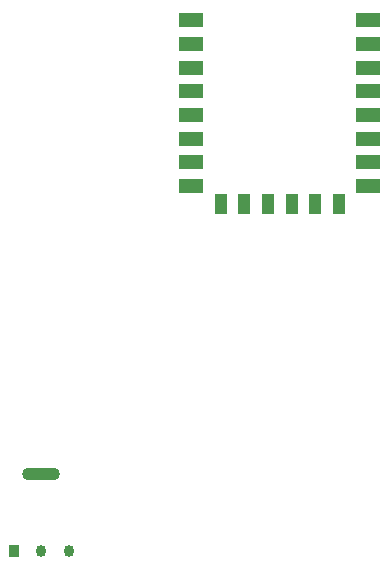
<source format=gtp>
G04*
G04 #@! TF.GenerationSoftware,Altium Limited,Altium Designer,24.1.2 (44)*
G04*
G04 Layer_Color=8421504*
%FSLAX44Y44*%
%MOMM*%
G71*
G04*
G04 #@! TF.SameCoordinates,B745F531-A7CA-4E96-B01F-91F4E74D0D5B*
G04*
G04*
G04 #@! TF.FilePolarity,Positive*
G04*
G01*
G75*
%ADD17R,2.0000X1.2000*%
%ADD18R,1.1000X1.7000*%
G04:AMPARAMS|DCode=19|XSize=1.0043mm|YSize=3.1821mm|CornerRadius=0.4369mm|HoleSize=0mm|Usage=FLASHONLY|Rotation=90.000|XOffset=0mm|YOffset=0mm|HoleType=Round|Shape=RoundedRectangle|*
%AMROUNDEDRECTD19*
21,1,1.0043,2.3084,0,0,90.0*
21,1,0.1306,3.1821,0,0,90.0*
1,1,0.8737,1.1542,0.0653*
1,1,0.8737,1.1542,-0.0653*
1,1,0.8737,-1.1542,-0.0653*
1,1,0.8737,-1.1542,0.0653*
%
%ADD19ROUNDEDRECTD19*%
G04:AMPARAMS|DCode=20|XSize=1.0043mm|YSize=0.8721mm|CornerRadius=0.4361mm|HoleSize=0mm|Usage=FLASHONLY|Rotation=90.000|XOffset=0mm|YOffset=0mm|HoleType=Round|Shape=RoundedRectangle|*
%AMROUNDEDRECTD20*
21,1,1.0043,0.0000,0,0,90.0*
21,1,0.1322,0.8721,0,0,90.0*
1,1,0.8721,0.0000,0.0661*
1,1,0.8721,0.0000,-0.0661*
1,1,0.8721,0.0000,-0.0661*
1,1,0.8721,0.0000,0.0661*
%
%ADD20ROUNDEDRECTD20*%
%ADD21R,0.8721X1.0043*%
D17*
X460780Y619820D02*
D03*
Y599820D02*
D03*
Y579820D02*
D03*
Y559820D02*
D03*
Y539820D02*
D03*
Y519820D02*
D03*
Y499820D02*
D03*
Y479820D02*
D03*
X610780D02*
D03*
Y499820D02*
D03*
Y519820D02*
D03*
Y539820D02*
D03*
Y559820D02*
D03*
Y579820D02*
D03*
Y599820D02*
D03*
Y619820D02*
D03*
D18*
X485780Y464820D02*
D03*
X505780D02*
D03*
X525780D02*
D03*
X545780D02*
D03*
X565780D02*
D03*
X585780D02*
D03*
D19*
X334010Y236150D02*
D03*
D20*
X356910Y170250D02*
D03*
X334010D02*
D03*
D21*
X311110D02*
D03*
M02*

</source>
